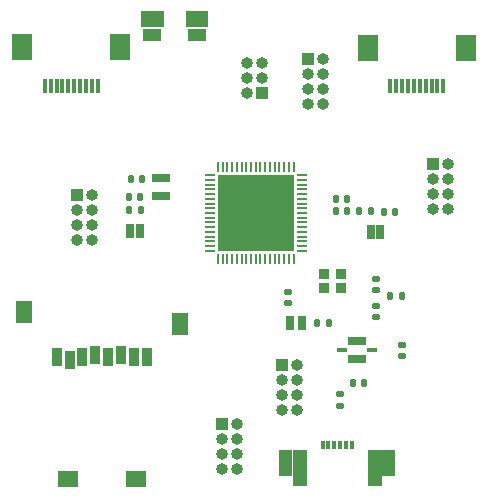
<source format=gbr>
%TF.GenerationSoftware,KiCad,Pcbnew,7.0.1*%
%TF.CreationDate,2023-05-03T15:55:27+02:00*%
%TF.ProjectId,board,626f6172-642e-46b6-9963-61645f706362,rev?*%
%TF.SameCoordinates,Original*%
%TF.FileFunction,Soldermask,Top*%
%TF.FilePolarity,Negative*%
%FSLAX46Y46*%
G04 Gerber Fmt 4.6, Leading zero omitted, Abs format (unit mm)*
G04 Created by KiCad (PCBNEW 7.0.1) date 2023-05-03 15:55:27*
%MOMM*%
%LPD*%
G01*
G04 APERTURE LIST*
G04 Aperture macros list*
%AMRoundRect*
0 Rectangle with rounded corners*
0 $1 Rounding radius*
0 $2 $3 $4 $5 $6 $7 $8 $9 X,Y pos of 4 corners*
0 Add a 4 corners polygon primitive as box body*
4,1,4,$2,$3,$4,$5,$6,$7,$8,$9,$2,$3,0*
0 Add four circle primitives for the rounded corners*
1,1,$1+$1,$2,$3*
1,1,$1+$1,$4,$5*
1,1,$1+$1,$6,$7*
1,1,$1+$1,$8,$9*
0 Add four rect primitives between the rounded corners*
20,1,$1+$1,$2,$3,$4,$5,0*
20,1,$1+$1,$4,$5,$6,$7,0*
20,1,$1+$1,$6,$7,$8,$9,0*
20,1,$1+$1,$8,$9,$2,$3,0*%
G04 Aperture macros list end*
%ADD10C,0.010000*%
%ADD11RoundRect,0.140000X-0.170000X0.140000X-0.170000X-0.140000X0.170000X-0.140000X0.170000X0.140000X0*%
%ADD12R,1.500000X0.800000*%
%ADD13R,0.300000X1.300000*%
%ADD14R,1.800000X2.200000*%
%ADD15RoundRect,0.140000X-0.140000X-0.170000X0.140000X-0.170000X0.140000X0.170000X-0.140000X0.170000X0*%
%ADD16RoundRect,0.140000X0.170000X-0.140000X0.170000X0.140000X-0.170000X0.140000X-0.170000X-0.140000X0*%
%ADD17RoundRect,0.147500X0.147500X0.172500X-0.147500X0.172500X-0.147500X-0.172500X0.147500X-0.172500X0*%
%ADD18RoundRect,0.140000X0.140000X0.170000X-0.140000X0.170000X-0.140000X-0.170000X0.140000X-0.170000X0*%
%ADD19R,0.635000X1.270000*%
%ADD20R,1.000000X1.000000*%
%ADD21O,1.000000X1.000000*%
%ADD22RoundRect,0.135000X0.185000X-0.135000X0.185000X0.135000X-0.185000X0.135000X-0.185000X-0.135000X0*%
%ADD23R,0.300000X0.800000*%
%ADD24R,1.300000X3.049999*%
%ADD25R,1.600000X1.000000*%
%ADD26R,0.950000X0.850000*%
%ADD27RoundRect,0.135000X0.135000X0.185000X-0.135000X0.185000X-0.135000X-0.185000X0.135000X-0.185000X0*%
%ADD28R,0.950000X0.350000*%
%ADD29R,1.650000X0.750000*%
%ADD30R,0.970000X0.220000*%
%ADD31R,0.220000X0.970000*%
%ADD32R,6.400000X6.400000*%
%ADD33RoundRect,0.147500X-0.147500X-0.172500X0.147500X-0.172500X0.147500X0.172500X-0.147500X0.172500X0*%
%ADD34R,0.812800X1.498600*%
%ADD35R,1.803400X1.397000*%
%ADD36R,1.397000X1.905000*%
G04 APERTURE END LIST*
%TO.C,J2*%
G36*
X241300000Y-100550000D02*
G01*
X240200000Y-100550000D01*
X240200000Y-98350000D01*
X241300000Y-98350000D01*
X241300000Y-100550000D01*
G37*
G36*
X250000000Y-100550000D02*
G01*
X248900000Y-100550000D01*
X248900000Y-98350000D01*
X250000000Y-98350000D01*
X250000000Y-100550000D01*
G37*
%TO.C,SW1*%
D10*
X234100000Y-62425000D02*
X232300000Y-62425000D01*
X232300000Y-61225000D01*
X234100000Y-61225000D01*
X234100000Y-62425000D01*
G36*
X234100000Y-62425000D02*
G01*
X232300000Y-62425000D01*
X232300000Y-61225000D01*
X234100000Y-61225000D01*
X234100000Y-62425000D01*
G37*
X230300000Y-62425000D02*
X228500000Y-62425000D01*
X228500000Y-61225000D01*
X230300000Y-61225000D01*
X230300000Y-62425000D01*
G36*
X230300000Y-62425000D02*
G01*
X228500000Y-62425000D01*
X228500000Y-61225000D01*
X230300000Y-61225000D01*
X230300000Y-62425000D01*
G37*
%TD*%
D11*
%TO.C,C4*%
X240900000Y-84945000D03*
X240900000Y-85905000D03*
%TD*%
D12*
%TO.C,Y1*%
X230175000Y-76875000D03*
X230175000Y-75375000D03*
%TD*%
D13*
%TO.C,J1*%
X254075000Y-67566920D03*
X253575000Y-67566920D03*
X253075000Y-67566920D03*
X252575000Y-67566920D03*
X252075000Y-67566920D03*
X251575000Y-67566920D03*
X251075000Y-67566920D03*
X250575000Y-67566920D03*
X250075000Y-67566920D03*
X249575000Y-67566920D03*
D14*
X255975000Y-64316920D03*
X247675000Y-64316920D03*
%TD*%
D15*
%TO.C,C18*%
X249020000Y-78175000D03*
X249980000Y-78175000D03*
%TD*%
D16*
%TO.C,C9*%
X248375000Y-87105000D03*
X248375000Y-86145000D03*
%TD*%
D17*
%TO.C,D1*%
X247385000Y-92700000D03*
X246415000Y-92700000D03*
%TD*%
D13*
%TO.C,J3*%
X224825000Y-67516920D03*
X224325000Y-67516920D03*
X223825000Y-67516920D03*
X223325000Y-67516920D03*
X222825000Y-67516920D03*
X222325000Y-67516920D03*
X221825000Y-67516920D03*
X221325000Y-67516920D03*
X220825000Y-67516920D03*
X220325000Y-67516920D03*
D14*
X226725000Y-64266920D03*
X218425000Y-64266920D03*
%TD*%
D18*
%TO.C,C2*%
X228430000Y-76900000D03*
X227470000Y-76900000D03*
%TD*%
D19*
%TO.C,SJ3*%
X241092000Y-87575000D03*
X242108000Y-87575000D03*
%TD*%
D20*
%TO.C,J8*%
X238750000Y-68100000D03*
D21*
X237480000Y-68100000D03*
X238750000Y-66830000D03*
X237480000Y-66830000D03*
X238750000Y-65560000D03*
X237480000Y-65560000D03*
%TD*%
D22*
%TO.C,R3*%
X245350000Y-94610000D03*
X245350000Y-93590000D03*
%TD*%
D23*
%TO.C,J2*%
X243850003Y-97950000D03*
X244350002Y-97950000D03*
X244850003Y-97950000D03*
X245350002Y-97950000D03*
X245850004Y-97950000D03*
X246350003Y-97950000D03*
D24*
X241950003Y-99875000D03*
X248249997Y-99875000D03*
%TD*%
D15*
%TO.C,C19*%
X246970000Y-78150000D03*
X247930000Y-78150000D03*
%TD*%
D25*
%TO.C,SW1*%
X233200000Y-63225000D03*
X229400000Y-63225000D03*
%TD*%
D20*
%TO.C,J9*%
X253175000Y-74150000D03*
D21*
X254445000Y-74150000D03*
X253175000Y-75420000D03*
X254445000Y-75420000D03*
X253175000Y-76690000D03*
X254445000Y-76690000D03*
X253175000Y-77960000D03*
X254445000Y-77960000D03*
%TD*%
D19*
%TO.C,SJ5*%
X247924100Y-79875000D03*
X248737700Y-79875000D03*
%TD*%
D16*
%TO.C,C7*%
X250550000Y-90405000D03*
X250550000Y-89445000D03*
%TD*%
D26*
%TO.C,U$1*%
X244000000Y-84650000D03*
X245450000Y-84650000D03*
X245450000Y-83500000D03*
X244000000Y-83500000D03*
%TD*%
D27*
%TO.C,R2*%
X228460000Y-78025000D03*
X227440000Y-78025000D03*
%TD*%
D20*
%TO.C,J6*%
X223080000Y-76790000D03*
D21*
X224350000Y-76790000D03*
X223080000Y-78060000D03*
X224350000Y-78060000D03*
X223080000Y-79330000D03*
X224350000Y-79330000D03*
X223080000Y-80600000D03*
X224350000Y-80600000D03*
%TD*%
D11*
%TO.C,C5*%
X248375000Y-83845000D03*
X248375000Y-84805000D03*
%TD*%
D20*
%TO.C,J10*%
X242655000Y-65285000D03*
D21*
X243925000Y-65285000D03*
X242655000Y-66555000D03*
X243925000Y-66555000D03*
X242655000Y-67825000D03*
X243925000Y-67825000D03*
X242655000Y-69095000D03*
X243925000Y-69095000D03*
%TD*%
D28*
%TO.C,FL1*%
X245488000Y-89925000D03*
D29*
X246750000Y-90675000D03*
D28*
X248013000Y-89925000D03*
D29*
X246750000Y-89175000D03*
%TD*%
D30*
%TO.C,U3*%
X234290000Y-75100000D03*
X234290000Y-75500000D03*
X234290000Y-75900000D03*
X234290000Y-76300000D03*
X234290000Y-76700000D03*
X234290000Y-77100000D03*
X234290000Y-77500000D03*
X234290000Y-77900000D03*
X234290000Y-78300000D03*
X234290000Y-78700000D03*
X234290000Y-79100000D03*
X234290000Y-79500000D03*
X234290000Y-79900000D03*
X234290000Y-80300000D03*
X234290000Y-80700000D03*
X234290000Y-81100000D03*
X234290000Y-81500000D03*
D31*
X234995000Y-82205000D03*
X235395000Y-82205000D03*
X235795000Y-82205000D03*
X236195000Y-82205000D03*
X236595000Y-82205000D03*
X236995000Y-82205000D03*
X237395000Y-82205000D03*
X237795000Y-82205000D03*
X238195000Y-82205000D03*
X238595000Y-82205000D03*
X238995000Y-82205000D03*
X239395000Y-82205000D03*
X239795000Y-82205000D03*
X240195000Y-82205000D03*
X240595000Y-82205000D03*
X240995000Y-82205000D03*
X241395000Y-82205000D03*
D30*
X242100000Y-81500000D03*
X242100000Y-81100000D03*
X242100000Y-80700000D03*
X242100000Y-80300000D03*
X242100000Y-79900000D03*
X242100000Y-79500000D03*
X242100000Y-79100000D03*
X242100000Y-78700000D03*
X242100000Y-78300000D03*
X242100000Y-77900000D03*
X242100000Y-77500000D03*
X242100000Y-77100000D03*
X242100000Y-76700000D03*
X242100000Y-76300000D03*
X242100000Y-75900000D03*
X242100000Y-75500000D03*
X242100000Y-75100000D03*
D31*
X241395000Y-74395000D03*
X240995000Y-74395000D03*
X240595000Y-74395000D03*
X240195000Y-74395000D03*
X239795000Y-74395000D03*
X239395000Y-74395000D03*
X238995000Y-74395000D03*
X238595000Y-74395000D03*
X238195000Y-74395000D03*
X237795000Y-74395000D03*
X237395000Y-74395000D03*
X236995000Y-74395000D03*
X236595000Y-74395000D03*
X236195000Y-74395000D03*
X235795000Y-74395000D03*
X235395000Y-74395000D03*
X234995000Y-74395000D03*
D32*
X238195000Y-78300000D03*
%TD*%
D33*
%TO.C,L3*%
X244965000Y-78125000D03*
X245935000Y-78125000D03*
%TD*%
%TO.C,L2*%
X249565000Y-85325000D03*
X250535000Y-85325000D03*
%TD*%
D18*
%TO.C,C3*%
X244380000Y-87575000D03*
X243420000Y-87575000D03*
%TD*%
%TO.C,C1*%
X228580000Y-75400000D03*
X227620000Y-75400000D03*
%TD*%
D20*
%TO.C,J5*%
X235330000Y-96135000D03*
D21*
X236600000Y-96135000D03*
X235330000Y-97405000D03*
X236600000Y-97405000D03*
X235330000Y-98675000D03*
X236600000Y-98675000D03*
X235330000Y-99945000D03*
X236600000Y-99945000D03*
%TD*%
D20*
%TO.C,J7*%
X240375000Y-91200000D03*
D21*
X241645000Y-91200000D03*
X240375000Y-92470000D03*
X241645000Y-92470000D03*
X240375000Y-93740000D03*
X241645000Y-93740000D03*
X240375000Y-95010000D03*
X241645000Y-95010000D03*
%TD*%
D34*
%TO.C,J4*%
X221325000Y-90505000D03*
X222425000Y-90705000D03*
X223525001Y-90505000D03*
X224625001Y-90305000D03*
X225724999Y-90505000D03*
X226824999Y-90305000D03*
X227925000Y-90505000D03*
X229025000Y-90505000D03*
D35*
X222324999Y-100805000D03*
X228025001Y-100805000D03*
D36*
X218599956Y-86655122D03*
X231750044Y-87655122D03*
%TD*%
D18*
%TO.C,C11*%
X245955000Y-77075000D03*
X244995000Y-77075000D03*
%TD*%
D19*
%TO.C,SJ6*%
X228400900Y-79800000D03*
X227587300Y-79800000D03*
%TD*%
M02*

</source>
